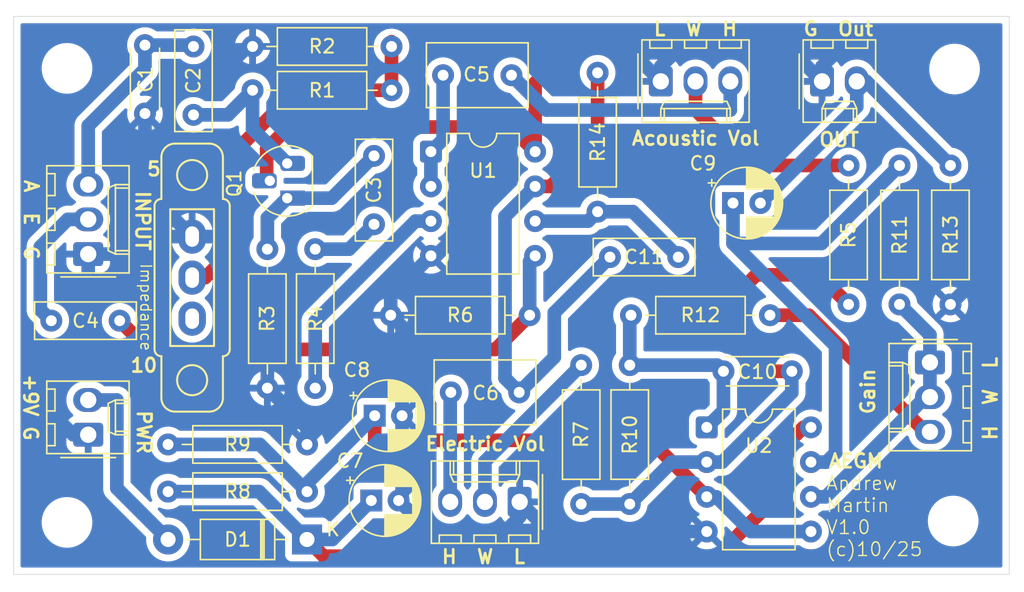
<source format=kicad_pcb>
(kicad_pcb (version 20241229) (generator "pcbnew") (generator_version "9.0")
  (title_block (title "AEGM - Acoustic Electric Guitar Mixer") (date "2025-10-10") (rev "V1.0") (company "Andrew Martin"))
  (layers (0 "F.Cu" signal) (2 "B.Cu" signal) (13 "F.Paste" user) (15 "B.Paste" user) (5 "F.SilkS" user "F.Silkscreen") (7 "B.SilkS" user "B.Silkscreen") (1 "F.Mask" user) (3 "B.Mask" user) (25 "Edge.Cuts" user))
  (net 0 "")
  (net 1 "Net-(J1-Pin_3)")
  (net 2 "Earth")
  (net 3 "Net-(Q1-G)")
  (net 4 "Net-(Q1-S)")
  (net 5 "Net-(C3-Pad2)")
  (net 6 "Net-(U1B-+)")
  (net 7 "Net-(J1-Pin_2)")
  (net 8 "Net-(J2-Pin_3)")
  (net 9 "Net-(U1A--)")
  (net 10 "Net-(C11-Pad2)")
  (net 11 "Net-(J3-Pin_3)")
  (net 12 "+9VA")
  (net 13 "+4V")
  (net 14 "Net-(C9-Pad1)")
  (net 15 "Net-(J5-Pin_2)")
  (net 16 "Net-(U2A--)")
  (net 17 "Net-(C10-Pad2)")
  (net 18 "Net-(U1B--)")
  (net 19 "+9V")
  (net 20 "Net-(J2-Pin_2)")
  (net 21 "Net-(J3-Pin_2)")
  (net 22 "Net-(J6-Pin_3)")
  (net 23 "Net-(J6-Pin_1)")
  (net 24 "Net-(SW1-B)")
  (net 25 "Net-(U1A-+)")
  (footprint "Connector_Molex:Molex_KK-254_AE-6410-03A_1x03_P2.54mm_Vertical" (layer "F.Cu") (at 162.42 79.95)
    (property "Reference" "J2" (hide yes))
    (property "Value" "Conn_01x03_Pin" (hide yes))
    (pad "1" thru_hole roundrect (at 0 0) (size 1.74 2.19) (drill 1.19) (layers "*.Cu" "*.Mask") (roundrect_rratio 0.143678) (net 2 "Earth"))
    (pad "2" thru_hole oval (at 2.54 0) (size 1.74 2.19) (drill 1.19) (layers "*.Cu" "*.Mask") (net 20 "Net-(J2-Pin_2)"))
    (pad "3" thru_hole oval (at 5.08 0) (size 1.74 2.19) (drill 1.19) (layers "*.Cu" "*.Mask") (net 8 "Net-(J2-Pin_3)"))
  )
  (footprint "Resistor_THT:R_Axial_DIN0207_L6.3mm_D2.5mm_P10.16mm_Horizontal" (layer "F.Cu") (at 160.15 110.86 90)
    (property "Reference" "R10" (at 5.08 0.01 90) (layer "F.SilkS"))
    (property "Value" "10K")
    (pad "1" thru_hole circle (at 0 0 90) (size 1.6 1.6) (drill 0.8) (layers "*.Cu" "*.Mask") (net 16 "Net-(U2A--)"))
    (pad "2" thru_hole oval (at 10.16 0 90) (size 1.6 1.6) (drill 0.8) (layers "*.Cu" "*.Mask") (net 17 "Net-(C10-Pad2)"))
  )
  (footprint "Diode_THT:D_DO-41_SOD81_P10.16mm_Horizontal" (layer "F.Cu") (at 136.55 113.45 180)
    (property "Reference" "D1" (at 5.08 0 0) (layer "F.SilkS"))
    (property "Value" "1N5817")
    (fp_text user "K" (at -1.9 0.75 0) (layer "F.SilkS"))
    (pad "1" thru_hole rect (at 0 0 180) (size 2.2 2.2) (drill 1.1) (layers "*.Cu" "*.Mask") (net 12 "+9VA"))
    (pad "2" thru_hole oval (at 10.16 0 180) (size 2.2 2.2) (drill 1.1) (layers "*.Cu" "*.Mask") (net 19 "+9V"))
  )
  (footprint "ACRM:SPDT_SlideSwitch" (layer "F.Cu") (at 128.15 94.3 -90)
    (property "Reference" "SW1" (hide yes))
    (property "Value" "SW_SPST" (hide yes))
    (pad "1" thru_hole oval (at -3 0 270) (size 2.5 2) (drill oval 1.5 1) (layers "*.Cu" "*.Mask") (net 2 "Earth"))
    (pad "2" thru_hole oval (at 0 0 270) (size 2.5 2) (drill oval 1.5 1) (layers "*.Cu" "*.Mask") (net 24 "Net-(SW1-B)"))
    (pad "3" thru_hole oval (at 3 0 270) (size 2.5 2) (drill oval 1.5 1) (layers "*.Cu" "*.Mask"))
  )
  (footprint "Resistor_THT:R_Axial_DIN0207_L6.3mm_D2.5mm_P10.16mm_Horizontal" (layer "F.Cu") (at 136.55 109.95 180)
    (property "Reference" "R8" (at 5.08 0.01 0) (layer "F.SilkS"))
    (property "Value" "100K")
    (pad "1" thru_hole circle (at 0 0 180) (size 1.6 1.6) (drill 0.8) (layers "*.Cu" "*.Mask") (net 13 "+4V"))
    (pad "2" thru_hole oval (at 10.16 0 180) (size 1.6 1.6) (drill 0.8) (layers "*.Cu" "*.Mask") (net 12 "+9VA"))
  )
  (footprint "Resistor_THT:R_Axial_DIN0207_L6.3mm_D2.5mm_P10.16mm_Horizontal" (layer "F.Cu") (at 179.875 96.26 90)
    (property "Reference" "R11" (at 5.08 0.01 90) (layer "F.SilkS"))
    (property "Value" "100K")
    (pad "1" thru_hole circle (at 0 0 90) (size 1.6 1.6) (drill 0.8) (layers "*.Cu" "*.Mask") (net 23 "Net-(J6-Pin_1)"))
    (pad "2" thru_hole oval (at 10.16 0 90) (size 1.6 1.6) (drill 0.8) (layers "*.Cu" "*.Mask") (net 14 "Net-(C9-Pad1)"))
  )
  (footprint "Capacitor_THT:C_Rect_L7.2mm_W4.5mm_P5.00mm_FKS2_FKP2_MKS2_MKP2" (layer "F.Cu") (at 146.5 79.5)
    (property "Reference" "C5" (at 2.45 -0.05 0) (layer "F.SilkS"))
    (property "Value" "1uF")
    (pad "1" thru_hole circle (at 0 0) (size 1.6 1.6) (drill 0.8) (layers "*.Cu" "*.Mask") (net 9 "Net-(U1A--)"))
    (pad "2" thru_hole circle (at 5 0) (size 1.6 1.6) (drill 0.8) (layers "*.Cu" "*.Mask") (net 8 "Net-(J2-Pin_3)"))
  )
  (footprint "MountingHole:MountingHole_3.2mm_M3" (layer "F.Cu") (at 183.9 79.05)
    (property "Reference" "REF**" (hide yes))
    (property "Value" "MountingHole_3.2mm_M3" (hide yes))
    (pad "" np_thru_hole circle (at 0 0) (size 3.2 3.2) (drill 3.2) (layers "*.Cu" "*.Mask"))
  )
  (footprint "Capacitor_THT:C_Disc_D4.3mm_W1.9mm_P5.00mm" (layer "F.Cu") (at 124.7 77.3 -90)
    (property "Reference" "C1" (at 2.5 -0.04 90) (layer "F.SilkS"))
    (property "Value" "1pF")
    (pad "1" thru_hole circle (at 0 0 270) (size 1.6 1.6) (drill 0.8) (layers "*.Cu" "*.Mask") (net 1 "Net-(J1-Pin_3)"))
    (pad "2" thru_hole circle (at 5 0 270) (size 1.6 1.6) (drill 0.8) (layers "*.Cu" "*.Mask") (net 2 "Earth"))
  )
  (footprint "Capacitor_THT:C_Rect_L7.2mm_W2.5mm_P5.00mm_FKS2_FKP2_MKS2_MKP2" (layer "F.Cu") (at 141.45 85.4 -90)
    (property "Reference" "C3" (at 2.5 0.01 90) (layer "F.SilkS"))
    (property "Value" "100nF")
    (pad "1" thru_hole circle (at 0 0 270) (size 1.6 1.6) (drill 0.8) (layers "*.Cu" "*.Mask") (net 4 "Net-(Q1-S)"))
    (pad "2" thru_hole circle (at 5 0 270) (size 1.6 1.6) (drill 0.8) (layers "*.Cu" "*.Mask") (net 5 "Net-(C3-Pad2)"))
  )
  (footprint "MountingHole:MountingHole_3.2mm_M3" (layer "F.Cu") (at 119 112.2)
    (property "Reference" "REF**" (hide yes))
    (property "Value" "MountingHole_3.2mm_M3" (hide yes))
    (pad "" np_thru_hole circle (at 0 0) (size 3.2 3.2) (drill 3.2) (layers "*.Cu" "*.Mask"))
  )
  (footprint "Resistor_THT:R_Axial_DIN0207_L6.3mm_D2.5mm_P10.16mm_Horizontal" (layer "F.Cu") (at 133.65 92.22 -90)
    (property "Reference" "R3" (at 5.08 0.01 90) (layer "F.SilkS"))
    (property "Value" "220K")
    (pad "1" thru_hole circle (at 0 0 270) (size 1.6 1.6) (drill 0.8) (layers "*.Cu" "*.Mask") (net 4 "Net-(Q1-S)"))
    (pad "2" thru_hole oval (at 10.16 0 270) (size 1.6 1.6) (drill 0.8) (layers "*.Cu" "*.Mask") (net 2 "Earth"))
  )
  (footprint "Resistor_THT:R_Axial_DIN0207_L6.3mm_D2.5mm_P10.16mm_Horizontal" (layer "F.Cu") (at 142.73 77.4 180)
    (property "Reference" "R2" (at 5.08 0.01 0) (layer "F.SilkS"))
    (property "Value" "4M7")
    (pad "1" thru_hole circle (at 0 0 180) (size 1.6 1.6) (drill 0.8) (layers "*.Cu" "*.Mask") (net 24 "Net-(SW1-B)"))
    (pad "2" thru_hole oval (at 10.16 0 180) (size 1.6 1.6) (drill 0.8) (layers "*.Cu" "*.Mask") (net 2 "Earth"))
  )
  (footprint "Capacitor_THT:C_Rect_L7.2mm_W2.5mm_P5.00mm_FKS2_FKP2_MKS2_MKP2" (layer "F.Cu") (at 117.85 97.45)
    (property "Reference" "C4" (at 2.5 0.01 0) (layer "F.SilkS"))
    (property "Value" "100nF")
    (pad "1" thru_hole circle (at 0 0) (size 1.6 1.6) (drill 0.8) (layers "*.Cu" "*.Mask") (net 7 "Net-(J1-Pin_2)"))
    (pad "2" thru_hole circle (at 5 0) (size 1.6 1.6) (drill 0.8) (layers "*.Cu" "*.Mask") (net 6 "Net-(U1B-+)"))
  )
  (footprint "Connector_Molex:Molex_KK-254_AE-6410-03A_1x03_P2.54mm_Vertical" (layer "F.Cu") (at 120.55 92.58 90)
    (property "Reference" "J1" (hide yes))
    (property "Value" "Conn_01x03_Pin" (hide yes))
    (pad "1" thru_hole roundrect (at 0 0 90) (size 1.74 2.19) (drill 1.19) (layers "*.Cu" "*.Mask") (roundrect_rratio 0.143678) (net 2 "Earth"))
    (pad "2" thru_hole oval (at 2.54 0 90) (size 1.74 2.19) (drill 1.19) (layers "*.Cu" "*.Mask") (net 7 "Net-(J1-Pin_2)"))
    (pad "3" thru_hole oval (at 5.08 0 90) (size 1.74 2.19) (drill 1.19) (layers "*.Cu" "*.Mask") (net 1 "Net-(J1-Pin_3)"))
  )
  (footprint "Resistor_THT:R_Axial_DIN0207_L6.3mm_D2.5mm_P10.16mm_Horizontal" (layer "F.Cu") (at 152.83 97.05 180)
    (property "Reference" "R6" (at 5.08 0.01 0) (layer "F.SilkS"))
    (property "Value" "1M")
    (pad "1" thru_hole circle (at 0 0 180) (size 1.6 1.6) (drill 0.8) (layers "*.Cu" "*.Mask") (net 6 "Net-(U1B-+)"))
    (pad "2" thru_hole oval (at 10.16 0 180) (size 1.6 1.6) (drill 0.8) (layers "*.Cu" "*.Mask") (net 2 "Earth"))
  )
  (footprint "Resistor_THT:R_Axial_DIN0207_L6.3mm_D2.5mm_P10.16mm_Horizontal" (layer "F.Cu") (at 176.15 86.1 -90)
    (property "Reference" "R5" (at 5.08 0.01 90) (layer "F.SilkS"))
    (property "Value" "10K")
    (pad "1" thru_hole circle (at 0 0 270) (size 1.6 1.6) (drill 0.8) (layers "*.Cu" "*.Mask") (net 20 "Net-(J2-Pin_2)"))
    (pad "2" thru_hole oval (at 10.16 0 270) (size 1.6 1.6) (drill 0.8) (layers "*.Cu" "*.Mask") (net 16 "Net-(U2A--)"))
  )
  (footprint "Resistor_THT:R_Axial_DIN0207_L6.3mm_D2.5mm_P10.16mm_Horizontal" (layer "F.Cu") (at 170.4 97.05 180)
    (property "Reference" "R12" (at 5.08 0.01 0) (layer "F.SilkS"))
    (property "Value" "10K")
    (pad "1" thru_hole circle (at 0 0 180) (size 1.6 1.6) (drill 0.8) (layers "*.Cu" "*.Mask") (net 22 "Net-(J6-Pin_3)"))
    (pad "2" thru_hole oval (at 10.16 0 180) (size 1.6 1.6) (drill 0.8) (layers "*.Cu" "*.Mask") (net 17 "Net-(C10-Pad2)"))
  )
  (footprint "Capacitor_THT:CP_Radial_D5.0mm_P2.00mm" (layer "F.Cu") (at 141.5 104.4)
    (property "Reference" "C8" (at -1.3 -3.35 0) (layer "F.SilkS"))
    (property "Value" "22uF")
    (pad "1" thru_hole rect (at 0 0) (size 1.6 1.6) (drill 0.8) (layers "*.Cu" "*.Mask") (net 13 "+4V"))
    (pad "2" thru_hole circle (at 2 0) (size 1.6 1.6) (drill 0.8) (layers "*.Cu" "*.Mask") (net 2 "Earth"))
  )
  (footprint "Package_DIP:DIP-8_W7.62mm" (layer "F.Cu") (at 165.78 105.25)
    (property "Reference" "U2" (at 3.81 1.34 0) (layer "F.SilkS"))
    (property "Value" "TL072")
    (pad "1" thru_hole roundrect (at 0 0) (size 1.6 1.6) (drill 0.8) (layers "*.Cu" "*.Mask") (roundrect_rratio 0.15625) (net 17 "Net-(C10-Pad2)"))
    (pad "2" thru_hole circle (at 0 2.54) (size 1.6 1.6) (drill 0.8) (layers "*.Cu" "*.Mask") (net 16 "Net-(U2A--)"))
    (pad "3" thru_hole circle (at 0 5.08) (size 1.6 1.6) (drill 0.8) (layers "*.Cu" "*.Mask") (net 13 "+4V"))
    (pad "4" thru_hole circle (at 0 7.62) (size 1.6 1.6) (drill 0.8) (layers "*.Cu" "*.Mask") (net 2 "Earth"))
    (pad "5" thru_hole circle (at 7.62 7.62) (size 1.6 1.6) (drill 0.8) (layers "*.Cu" "*.Mask") (net 13 "+4V"))
    (pad "6" thru_hole circle (at 7.62 5.08) (size 1.6 1.6) (drill 0.8) (layers "*.Cu" "*.Mask") (net 23 "Net-(J6-Pin_1)"))
    (pad "7" thru_hole circle (at 7.62 2.54) (size 1.6 1.6) (drill 0.8) (layers "*.Cu" "*.Mask") (net 14 "Net-(C9-Pad1)"))
    (pad "8" thru_hole circle (at 7.62 0) (size 1.6 1.6) (drill 0.8) (layers "*.Cu" "*.Mask") (net 12 "+9VA"))
  )
  (footprint "Resistor_THT:R_Axial_DIN0207_L6.3mm_D2.5mm_P10.16mm_Horizontal" (layer "F.Cu") (at 137.15 92.22 -90)
    (property "Reference" "R4" (at 5.08 0.01 90) (layer "F.SilkS"))
    (property "Value" "10K")
    (pad "1" thru_hole circle (at 0 0 270) (size 1.6 1.6) (drill 0.8) (layers "*.Cu" "*.Mask") (net 5 "Net-(C3-Pad2)"))
    (pad "2" thru_hole oval (at 10.16 0 270) (size 1.6 1.6) (drill 0.8) (layers "*.Cu" "*.Mask") (net 25 "Net-(U1A-+)"))
  )
  (footprint "Capacitor_THT:C_Rect_L7.2mm_W4.5mm_P5.00mm_FKS2_FKP2_MKS2_MKP2" (layer "F.Cu") (at 152.065 102.69 180)
    (property "Reference" "C6" (at 2.45 -0.05 0) (layer "F.SilkS"))
    (property "Value" "1uF")
    (pad "1" thru_hole circle (at 0 0 180) (size 1.6 1.6) (drill 0.8) (layers "*.Cu" "*.Mask") (net 10 "Net-(C11-Pad2)"))
    (pad "2" thru_hole circle (at 5 0 180) (size 1.6 1.6) (drill 0.8) (layers "*.Cu" "*.Mask") (net 11 "Net-(J3-Pin_3)"))
  )
  (footprint "Resistor_THT:R_Axial_DIN0207_L6.3mm_D2.5mm_P10.16mm_Horizontal" (layer "F.Cu") (at 132.57 80.6)
    (property "Reference" "R1" (at 5.08 0.01 0) (layer "F.SilkS"))
    (property "Value" "4M7")
    (pad "1" thru_hole circle (at 0 0) (size 1.6 1.6) (drill 0.8) (layers "*.Cu" "*.Mask") (net 3 "Net-(Q1-G)"))
    (pad "2" thru_hole oval (at 10.16 0) (size 1.6 1.6) (drill 0.8) (layers "*.Cu" "*.Mask") (net 24 "Net-(SW1-B)"))
  )
  (footprint "Connector_Molex:Molex_KK-254_AE-6410-02A_1x02_P2.54mm_Vertical" (layer "F.Cu") (at 120.55 105.79 90)
    (property "Reference" "J4" (hide yes))
    (property "Value" "Conn_01x02_Pin" (hide yes))
    (pad "1" thru_hole roundrect (at 0 0 90) (size 1.74 2.19) (drill 1.19) (layers "*.Cu" "*.Mask") (roundrect_rratio 0.143678) (net 2 "Earth"))
    (pad "2" thru_hole oval (at 2.54 0 90) (size 1.74 2.19) (drill 1.19) (layers "*.Cu" "*.Mask") (net 19 "+9V"))
  )
  (footprint "Capacitor_THT:C_Rect_L7.2mm_W2.5mm_P5.00mm_FKS2_FKP2_MKS2_MKP2" (layer "F.Cu") (at 163.7 92.8 180)
    (property "Reference" "C11" (at 2.5 0.01 0) (layer "F.SilkS"))
    (property "Value" "100nF")
    (pad "1" thru_hole circle (at 0 0 180) (size 1.6 1.6) (drill 0.8) (layers "*.Cu" "*.Mask") (net 18 "Net-(U1B--)"))
    (pad "2" thru_hole circle (at 5 0 180) (size 1.6 1.6) (drill 0.8) (layers "*.Cu" "*.Mask") (net 10 "Net-(C11-Pad2)"))
  )
  (footprint "Resistor_THT:R_Axial_DIN0207_L6.3mm_D2.5mm_P10.16mm_Horizontal" (layer "F.Cu") (at 157.8 89.48 90)
    (property "Reference" "R14" (at 5.08 0.01 90) (layer "F.SilkS"))
    (property "Value" "10K")
    (pad "1" thru_hole circle (at 0 0 90) (size 1.6 1.6) (drill 0.8) (layers "*.Cu" "*.Mask") (net 18 "Net-(U1B--)"))
    (pad "2" thru_hole oval (at 10.16 0 90) (size 1.6 1.6) (drill 0.8) (layers "*.Cu" "*.Mask") (net 10 "Net-(C11-Pad2)"))
  )
  (footprint "Package_DIP:DIP-8_W7.62mm" (layer "F.Cu") (at 145.61 85.09)
    (property "Reference" "U1" (at 3.81 1.39 0) (layer "F.SilkS"))
    (property "Value" "TL072")
    (pad "1" thru_hole roundrect (at 0 0) (size 1.6 1.6) (drill 0.8) (layers "*.Cu" "*.Mask") (roundrect_rratio 0.15625) (net 9 "Net-(U1A--)"))
    (pad "2" thru_hole circle (at 0 2.54) (size 1.6 1.6) (drill 0.8) (layers "*.Cu" "*.Mask") (net 9 "Net-(U1A--)"))
    (pad "3" thru_hole circle (at 0 5.08) (size 1.6 1.6) (drill 0.8) (layers "*.Cu" "*.Mask") (net 25 "Net-(U1A-+)"))
    (pad "4" thru_hole circle (at 0 7.62) (size 1.6 1.6) (drill 0.8) (layers "*.Cu" "*.Mask") (net 2 "Earth"))
    (pad "5" thru_hole circle (at 7.62 7.62) (size 1.6 1.6) (drill 0.8) (layers "*.Cu" "*.Mask") (net 6 "Net-(U1B-+)"))
    (pad "6" thru_hole circle (at 7.62 5.08) (size 1.6 1.6) (drill 0.8) (layers "*.Cu" "*.Mask") (net 18 "Net-(U1B--)"))
    (pad "7" thru_hole circle (at 7.62 2.54) (size 1.6 1.6) (drill 0.8) (layers "*.Cu" "*.Mask") (net 10 "Net-(C11-Pad2)"))
    (pad "8" thru_hole circle (at 7.62 0) (size 1.6 1.6) (drill 0.8) (layers "*.Cu" "*.Mask") (net 12 "+9VA"))
  )
  (footprint "MountingHole:MountingHole_3.2mm_M3" (layer "F.Cu") (at 183.8 112.1)
    (property "Reference" "REF**" (hide yes))
    (property "Value" "MountingHole_3.2mm_M3" (hide yes))
    (pad "" np_thru_hole circle (at 0 0) (size 3.2 3.2) (drill 3.2) (layers "*.Cu" "*.Mask"))
  )
  (footprint "Capacitor_THT:CP_Radial_D5.0mm_P2.00mm" (layer "F.Cu") (at 141.25 110.6)
    (property "Reference" "C7" (at -1.554775 -2.9 0) (layer "F.SilkS"))
    (property "Value" "4.7uF")
    (pad "1" thru_hole rect (at 0 0) (size 1.6 1.6) (drill 0.8) (layers "*.Cu" "*.Mask") (net 12 "+9VA"))
    (pad "2" thru_hole circle (at 2 0) (size 1.6 1.6) (drill 0.8) (layers "*.Cu" "*.Mask") (net 2 "Earth"))
  )
  (footprint "Resistor_THT:R_Axial_DIN0207_L6.3mm_D2.5mm_P10.16mm_Horizontal" (layer "F.Cu") (at 136.55 106.5 180)
    (property "Reference" "R9" (at 5.08 0.01 0) (layer "F.SilkS"))
    (property "Value" "100K")
    (pad "1" thru_hole circle (at 0 0 180) (size 1.6 1.6) (drill 0.8) (layers "*.Cu" "*.Mask") (net 2 "Earth"))
    (pad "2" thru_hole oval (at 10.16 0 180) (size 1.6 1.6) (drill 0.8) (layers "*.Cu" "*.Mask") (net 13 "+4V"))
  )
  (footprint "Resistor_THT:R_Axial_DIN0207_L6.3mm_D2.5mm_P10.16mm_Horizontal" (layer "F.Cu") (at 156.6 100.7 -90)
    (property "Reference" "R7" (at 5.08 0.01 90) (layer "F.SilkS"))
    (property "Value" "10K")
    (pad "1" thru_hole circle (at 0 0 270) (size 1.6 1.6) (drill 0.8) (layers "*.Cu" "*.Mask") (net 21 "Net-(J3-Pin_2)"))
    (pad "2" thru_hole oval (at 10.16 0 270) (size 1.6 1.6) (drill 0.8) (layers "*.Cu" "*.Mask") (net 16 "Net-(U2A--)"))
  )
  (footprint "Connector_Molex:Molex_KK-254_AE-6410-03A_1x03_P2.54mm_Vertical" (layer "F.Cu") (at 152.1 110.7 180)
    (property "Reference" "J3" (hide yes))
    (property "Value" "Conn_01x03_Pin" (hide yes))
    (pad "1" thru_hole roundrect (at 0 0 180) (size 1.74 2.19) (drill 1.19) (layers "*.Cu" "*.Mask") (roundrect_rratio 0.143678) (net 2 "Earth"))
    (pad "2" thru_hole oval (at 2.54 0 180) (size 1.74 2.19) (drill 1.19) (layers "*.Cu" "*.Mask") (net 21 "Net-(J3-Pin_2)"))
    (pad "3" thru_hole oval (at 5.08 0 180) (size 1.74 2.19) (drill 1.19) (layers "*.Cu" "*.Mask") (net 11 "Net-(J3-Pin_3)"))
  )
  (footprint "Capacitor_THT:C_Rect_L7.2mm_W2.5mm_P5.00mm_FKS2_FKP2_MKS2_MKP2" (layer "F.Cu") (at 128.25 77.4 -90)
    (property "Reference" "C2" (at 2.5 0.01 90) (layer "F.SilkS"))
    (property "Value" "33nF")
    (pad "1" thru_hole circle (at 0 0 270) (size 1.6 1.6) (drill 0.8) (layers "*.Cu" "*.Mask") (net 1 "Net-(J1-Pin_3)"))
    (pad "2" thru_hole circle (at 5 0 270) (size 1.6 1.6) (drill 0.8) (layers "*.Cu" "*.Mask") (net 3 "Net-(Q1-G)"))
  )
  (footprint "Capacitor_THT:CP_Radial_D5.0mm_P2.00mm" (layer "F.Cu") (at 167.7 88.85)
    (property "Reference" "C9" (at -2.2 -2.9 0) (layer "F.SilkS"))
    (property "Value" "2.2uF")
    (pad "1" thru_hole rect (at 0 0) (size 1.6 1.6) (drill 0.8) (layers "*.Cu" "*.Mask") (net 14 "Net-(C9-Pad1)"))
    (pad "2" thru_hole circle (at 2 0) (size 1.6 1.6) (drill 0.8) (layers "*.Cu" "*.Mask") (net 15 "Net-(J5-Pin_2)"))
  )
  (footprint "Package_TO_SOT_THT:TO-92_HandSolder" (layer "F.Cu") (at 135.1 88.49 90)
    (property "Reference" "Q1" (at 1.07 -3.87 90) (layer "F.SilkS"))
    (property "Value" "2N5457")
    (pad "1" thru_hole rect (at 0 0 90) (size 1.1 1.8) (drill 0.75 (offset 0 0.4)) (layers "*.Cu" "*.Mask") (net 4 "Net-(Q1-S)"))
    (pad "2" thru_hole roundrect (at 1.27 -1.27 90) (size 1.1 1.8) (drill 0.75 (offset 0 -0.4)) (layers "*.Cu" "*.Mask") (net 12 "+9VA"))
    (pad "3" thru_hole roundrect (at 2.54 0 90) (size 1.1 1.8) (drill 0.75 (offset 0 0.4)) (layers "*.Cu" "*.Mask") (net 3 "Net-(Q1-G)"))
  )
  (footprint "MountingHole:MountingHole_3.2mm_M3" (layer "F.Cu") (at 119 79)
    (property "Reference" "REF**" (hide yes))
    (property "Value" "MountingHole_3.2mm_M3" (hide yes))
    (pad "" np_thru_hole circle (at 0 0) (size 3.2 3.2) (drill 3.2) (layers "*.Cu" "*.Mask"))
  )
  (footprint "Connector_Molex:Molex_KK-254_AE-6410-03A_1x03_P2.54mm_Vertical" (layer "F.Cu") (at 182.1 100.5 -90)
    (property "Reference" "J6" (hide yes))
    (property "Value" "Conn_01x03_Pin" (hide yes))
    (pad "1" thru_hole roundrect (at 0 0 270) (size 1.74 2.19) (drill 1.19) (layers "*.Cu" "*.Mask") (roundrect_rratio 0.143678) (net 23 "Net-(J6-Pin_1)"))
    (pad "2" thru_hole oval (at 2.54 0 270) (size 1.74 2.19) (drill 1.19) (layers "*.Cu" "*.Mask") (net 23 "Net-(J6-Pin_1)"))
    (pad "3" thru_hole oval (at 5.08 0 270) (size 1.74 2.19) (drill 1.19) (layers "*.Cu" "*.Mask") (net 22 "Net-(J6-Pin_3)"))
  )
  (footprint "Resistor_THT:R_Axial_DIN0207_L6.3mm_D2.5mm_P10.16mm_Horizontal" (layer "F.Cu") (at 183.6 96.26 90)
    (property "Reference" "R13" (at 5.08 0.01 90) (layer "F.SilkS"))
    (property "Value" "1M")
    (pad "1" thru_hole circle (at 0 0 90) (size 1.6 1.6) (drill 0.8) (layers "*.Cu" "*.Mask") (net 2 "Earth"))
    (pad "2" thru_hole oval (at 10.16 0 90) (size 1.6 1.6) (drill 0.8) (layers "*.Cu" "*.Mask") (net 15 "Net-(J5-Pin_2)"))
  )
  (footprint "Connector_Molex:Molex_KK-254_AE-6410-02A_1x02_P2.54mm_Vertical" (layer "F.Cu") (at 174.21 79.95)
    (property "Reference" "J5" (hide yes))
    (property "Value" "Conn_01x02_Pin" (hide yes))
    (pad "1" thru_hole roundrect (at 0 0) (size 1.74 2.19) (drill 1.19) (layers "*.Cu" "*.Mask") (roundrect_rratio 0.143678) (net 2 "Earth"))
    (pad "2" thru_hole oval (at 2.54 0) (size 1.74 2.19) (drill 1.19) (layers "*.Cu" "*.Mask") (net 15 "Net-(J5-Pin_2)"))
  )
  (footprint "Capacitor_THT:C_Disc_D4.3mm_W1.9mm_P5.00mm" (layer "F.Cu") (at 172 101.15 180)
    (property "Reference" "C10" (at 2.5 -0.04 0) (layer "F.SilkS"))
    (property "Value" "10pF")
    (pad "1" thru_hole circle (at 0 0 180) (size 1.6 1.6) (drill 0.8) (layers "*.Cu" "*.Mask") (net 16 "Net-(U2A--)"))
    (pad "2" thru_hole circle (at 5 0 180) (size 1.6 1.6) (drill 0.8) (layers "*.Cu" "*.Mask") (net 17 "Net-(C10-Pad2)"))
  )
  (gr_rect (start 115.1 75.2) (end 187.9 116) (stroke (width 0.05)) (fill no) (layer "Edge.Cuts"))
  (gr_text "AEGM" (at 174.6 108.3 0) (layer "F.SilkS") (effects (font (size 1 1) (thickness 0.2) (bold yes)) (justify left bottom)))
  (gr_text "H  W  L" (at 146.3 115.3 0) (layer "F.SilkS") (effects (font (size 1 1) (thickness 0.2) (bold yes)) (justify left bottom)))
  (gr_text "PWR" (at 124.05 103.9 270) (layer "F.SilkS") (effects (font (size 1 1) (thickness 0.2) (bold yes)) (justify left bottom)))
  (gr_text "H  W  L" (at 187.1 106.3 90) (layer "F.SilkS") (effects (font (size 1 1) (thickness 0.2) (bold yes)) (justify left bottom)))
  (gr_text "Andrew\nMartin\nV1.0\n(c)10/25" (at 174.45 114.75 0) (layer "F.SilkS") (effects (font (size 1 1) (thickness 0.1)) (justify left bottom)))
  (gr_text "10" (at 123.54 101.3 0) (layer "F.SilkS") (effects (font (size 1 1) (thickness 0.2) (bold yes)) (justify left bottom)))
  (gr_text "5" (at 124.75 86.95 0) (layer "F.SilkS") (effects (font (size 1 1) (thickness 0.2) (bold yes)) (justify left bottom)))
  (gr_text "Acoustic Vol" (at 160.2 84.7 0) (layer "F.SilkS") (effects (font (size 1 1) (thickness 0.2) (bold yes)) (justify left bottom)))
  (gr_text "G  Out" (at 172.75 76.7 0) (layer "F.SilkS") (effects (font (size 1 1) (thickness 0.2) (bold yes)) (justify left bottom)))
  (gr_text "+9V G" (at 115.75 101.25 270) (layer "F.SilkS") (effects (font (size 1 1) (thickness 0.2) (bold yes)) (justify left bottom)))
  (gr_text "INPUT" (at 123.95 87.85 270) (layer "F.SilkS") (effects (font (size 1 1) (thickness 0.2) (bold yes)) (justify left bottom)))
  (gr_text "A  E  G" (at 115.8 87.05 270) (layer "F.SilkS") (effects (font (size 1 1) (thickness 0.2) (bold yes)) (justify left bottom)))
  (gr_text "Gain" (at 178.15 104.4 90) (layer "F.SilkS") (effects (font (size 1 1) (thickness 0.2) (bold yes)) (justify left bottom)))
  (gr_text "L  W  H" (at 161.8 76.7 0) (layer "F.SilkS") (effects (font (size 1 1) (thickness 0.2) (bold yes)) (justify left bottom)))
  (gr_text "Electric Vol" (at 145.1 107.05 0) (layer "F.SilkS") (effects (font (size 1 1) (thickness 0.2) (bold yes)) (justify left bottom)))
  (gr_text "OUT" (at 173.9 84.8 0) (layer "F.SilkS") (effects (font (size 1 1) (thickness 0.2) (bold yes)) (justify left bottom)))
  (gr_text "Impedance" (at 124.3 93.2 270) (layer "F.SilkS") (effects (font (size 0.8 0.8) (thickness 0.1)) (justify left bottom)))
  (segment (start 124.7 77.3) (end 124.7 79.05) (width 1) (layer "B.Cu") (net 1))
  (segment (start 124.7 79.05) (end 120.55 83.2) (width 1) (layer "B.Cu") (net 1))
  (segment (start 124.7 77.3) (end 128.15 77.3) (width 1) (layer "B.Cu") (net 1))
  (segment (start 120.55 83.2) (end 120.55 87.5) (width 1) (layer "B.Cu") (net 1))
  (segment (start 128.15 77.3) (end 128.25 77.4) (width 1) (layer "B.Cu") (net 1))
  (segment (start 118.454 99.392999) (end 120.55 97.296999) (width 1) (layer "B.Cu") (net 2))
  (segment (start 145.61 92.71) (end 145.99 92.71) (width 1) (layer "B.Cu") (net 2))
  (segment (start 149.05 78.45) (end 149.981 77.519) (width 1) (layer "B.Cu") (net 2))
  (segment (start 163.421 77.854) (end 172.114 77.854) (width 1) (layer "B.Cu") (net 2))
  (segment (start 130.419 79.201) (end 127.799 79.201) (width 1) (layer "B.Cu") (net 2))
  (segment (start 136.55 105.748) (end 139.699 102.599) (width 1) (layer "B.Cu") (net 2))
  (segment (start 177.900999 77.854) (end 185.401 85.354001) (width 1) (layer "B.Cu") (net 2))
  (segment (start 145.446 112.796) (end 151.104 112.796) (width 1) (layer "B.Cu") (net 2))
  (segment (start 185.401 85.354001) (end 185.401 94.459) (width 1) (layer "B.Cu") (net 2))
  (segment (start 143.25 110.6) (end 145.446 112.796) (width 1) (layer "B.Cu") (net 2))
  (segment (start 142.999 102.599) (end 143.5 103.1) (width 1) (layer "B.Cu") (net 2))
  (segment (start 124.7 82.3) (end 127.799 79.201) (width 1) (layer "B.Cu") (net 2))
  (segment (start 120.55 97.296999) (end 120.55 92.58) (width 1) (layer "B.Cu") (net 2))
  (segment (start 162.42 79.95) (end 162.42 78.855) (width 1) (layer "B.Cu") (net 2))
  (segment (start 145.99 92.71) (end 149.05 89.65) (width 1) (layer "B.Cu") (net 2))
  (segment (start 142.67 95.65) (end 145.61 92.71) (width 1) (layer "B.Cu") (net 2))
  (segment (start 128.15 91.3) (end 126.15 91.3) (width 1) (layer "B.Cu") (net 2))
  (segment (start 124.7 82.3) (end 124.7 87.85) (width 1) (layer "B.Cu") (net 2))
  (segment (start 143.5 97.88) (end 142.67 97.05) (width 1) (layer "B.Cu") (net 2))
  (segment (start 154.27 112.87) (end 165.78 112.87) (width 1) (layer "B.Cu") (net 2))
  (segment (start 130.15 91.3) (end 128.15 91.3) (width 1) (layer "B.Cu") (net 2))
  (segment (start 152.1 111.8) (end 152.1 110.7) (width 1) (layer "B.Cu") (net 2))
  (segment (start 124.7 87.85) (end 128.15 91.3) (width 1) (layer "B.Cu") (net 2))
  (segment (start 143.5 110.35) (end 143.25 110.6) (width 1) (layer "B.Cu") (net 2))
  (segment (start 136.55 105.28) (end 133.65 102.38) (width 1) (layer "B.Cu") (net 2))
  (segment (start 159.989 77.519) (end 162.42 79.95) (width 1) (layer "B.Cu") (net 2))
  (segment (start 185.401 94.459) (end 183.6 96.26) (width 1) (layer "B.Cu") (net 2))
  (segment (start 149.981 77.519) (end 159.989 77.519) (width 1) (layer "B.Cu") (net 2))
  (segment (start 133.65 94.8) (end 130.15 91.3) (width 1) (layer "B.Cu") (net 2))
  (segment (start 174.21 79.95) (end 174.21 78.855) (width 1) (layer "B.Cu") (net 2))
  (segment (start 143.5 104.4) (end 143.5 110.35) (width 1) (layer "B.Cu") (net 2))
  (segment (start 119.455 105.79) (end 118.454 104.789) (width 1) (layer "B.Cu") (net 2))
  (segment (start 152.1 110.7) (end 154.27 112.87) (width 1) (layer "B.Cu") (net 2))
  (segment (start 120.55 105.79) (end 119.455 105.79) (width 1) (layer "B.Cu") (net 2))
  (segment (start 142.67 97.05) (end 142.67 95.65) (width 1) (layer "B.Cu") (net 2))
  (segment (start 175.211 77.854) (end 177.900999 77.854) (width 1) (layer "B.Cu") (net 2))
  (segment (start 124.87 92.58) (end 120.55 92.58) (width 1) (layer "B.Cu") (net 2))
  (segment (start 174.21 78.855) (end 175.211 77.854) (width 1) (layer "B.Cu") (net 2))
  (segment (start 139.699 102.599) (end 142.999 102.599) (width 1) (layer "B.Cu") (net 2))
  (segment (start 143.5 103.1) (end 143.5 104.4) (width 1) (layer "B.Cu") (net 2))
  (segment (start 151.104 112.796) (end 152.1 111.8) (width 1) (layer "B.Cu") (net 2))
  (segment (start 149.05 89.65) (end 149.05 78.45) (width 1) (layer "B.Cu") (net 2))
  (segment (start 133.65 102.38) (end 133.65 94.8) (width 1) (layer "B.Cu") (net 2))
  (segment (start 132.57 77.05) (end 130.419 79.201) (width 1) (layer "B.Cu") (net 2))
  (segment (start 136.55 106.5) (end 136.55 105.28) (width 1) (layer "B.Cu") (net 2))
  (segment (start 143.5 104.4) (end 143.5 97.88) (width 1) (layer "B.Cu") (net 2))
  (segment (start 136.55 106.5) (end 136.55 105.748) (width 1) (layer "B.Cu") (net 2))
  (segment (start 118.454 104.789) (end 118.454 99.392999) (width 1) (layer "B.Cu") (net 2))
  (segment (start 126.15 91.3) (end 124.87 92.58) (width 1) (layer "B.Cu") (net 2))
  (segment (start 172.114 77.854) (end 174.21 79.95) (width 1) (layer "B.Cu") (net 2))
  (segment (start 162.42 78.855) (end 163.421 77.854) (width 1) (layer "B.Cu") (net 2))
  (segment (start 130.77 82.4) (end 132.57 80.6) (width 1) (layer "B.Cu") (net 3))
  (segment (start 128.25 82.4) (end 130.77 82.4) (width 1) (layer "B.Cu") (net 3))
  (segment (start 132.57 83.42) (end 135.1 85.95) (width 1) (layer "B.Cu") (net 3))
  (segment (start 132.57 80.6) (end 132.57 83.42) (width 1) (layer "B.Cu") (net 3))
  (segment (start 133.65 92.22) (end 133.65 89.94) (width 1) (layer "B.Cu") (net 4))
  (segment (start 135.1 88.49) (end 138.36 88.49) (width 1) (layer "B.Cu") (net 4))
  (segment (start 133.65 89.94) (end 135.1 88.49) (width 1) (layer "B.Cu") (net 4))
  (segment (start 138.36 88.49) (end 141.45 85.4) (width 1) (layer "B.Cu") (net 4))
  (segment (start 139.63 92.22) (end 141.45 90.4) (width 1) (layer "B.Cu") (net 5))
  (segment (start 137.15 92.22) (end 139.63 92.22) (width 1) (layer "B.Cu") (net 5))
  (segment (start 122.85 97.45) (end 124.951 99.551) (width 1) (layer "F.Cu") (net 6))
  (segment (start 124.951 99.551) (end 150.329 99.551) (width 1) (layer "F.Cu") (net 6))
  (segment (start 150.329 99.551) (end 152.83 97.05) (width 1) (layer "F.Cu") (net 6))
  (segment (start 152.83 97.05) (end 152.83 93.11) (width 1) (layer "B.Cu") (net 6))
  (segment (start 152.83 93.11) (end 153.23 92.71) (width 1) (layer "B.Cu") (net 6))
  (segment (start 119.06 90.04) (end 120.55 90.04) (width 1) (layer "B.Cu") (net 7))
  (segment (start 117.85 97.45) (end 117.050001 96.650001) (width 1) (layer "B.Cu") (net 7))
  (segment (start 117.050001 96.650001) (end 117.050001 92.049999) (width 1) (layer "B.Cu") (net 7))
  (segment (start 117.050001 92.049999) (end 119.06 90.04) (width 1) (layer "B.Cu") (net 7))
  (segment (start 151.5 79.5) (end 154.046 82.046) (width 1) (layer "B.Cu") (net 8))
  (segment (start 167.5 82.045) (end 167.5 79.95) (width 1) (layer "B.Cu") (net 8))
  (segment (start 154.046 82.046) (end 167.499 82.046) (width 1) (layer "B.Cu") (net 8))
  (segment (start 167.499 82.046) (end 167.5 82.045) (width 1) (layer "B.Cu") (net 8))
  (segment (start 146.5 79.5) (end 146.5 84.2) (width 1) (layer "B.Cu") (net 9))
  (segment (start 146.5 84.2) (end 145.61 85.09) (width 1) (layer "B.Cu") (net 9))
  (segment (start 145.61 85.09) (end 145.61 87.63) (width 1) (layer "B.Cu") (net 9))
  (segment (start 154.36137 87.63) (end 157.8 84.19137) (width 1) (layer "F.Cu") (net 10))
  (segment (start 157.8 84.19137) (end 157.8 79.32) (width 1) (layer "F.Cu") (net 10))
  (segment (start 153.23 87.63) (end 154.36137 87.63) (width 1) (layer "F.Cu") (net 10))
  (segment (start 151.029 89.824001) (end 151.029 101.654) (width 1) (layer "B.Cu") (net 10))
  (segment (start 154.631 96.869) (end 158.7 92.8) (width 1) (layer "B.Cu") (net 10))
  (segment (start 153.23 87.63) (end 153.223001 87.63) (width 1) (layer "B.Cu") (net 10))
  (segment (start 152.065 102.69) (end 154.631 100.124) (width 1) (layer "B.Cu") (net 10))
  (segment (start 154.631 100.124) (end 154.631 96.869) (width 1) (layer "B.Cu") (net 10))
  (segment (start 151.029 101.654) (end 152.065 102.69) (width 1) (layer "B.Cu") (net 10))
  (segment (start 153.223001 87.63) (end 151.029 89.824001) (width 1) (layer "B.Cu") (net 10))
  (segment (start 147.02 102.735) (end 147.065 102.69) (width 1) (layer "B.Cu") (net 11))
  (segment (start 147.02 110.7) (end 147.02 102.735) (width 1) (layer "B.Cu") (net 11))
  (segment (start 156.346788 76.95) (end 178.475184 76.95) (width 1) (layer "F.Cu") (net 12))
  (segment (start 136.55 113.45) (end 137.771 114.671) (width 1) (layer "F.Cu") (net 12))
  (segment (start 171.599 106.501) (end 172.85 105.25) (width 1) (layer "F.Cu") (net 12))
  (segment (start 151.429 83.289) (end 153.23 85.09) (width 1) (layer "F.Cu") (net 12))
  (segment (start 133.83 87.22) (end 133.599 86.989) (width 1) (layer "F.Cu") (net 12))
  (segment (start 186.4 105.35) (end 177.079 114.671) (width 1) (layer "F.Cu") (net 12))
  (segment (start 177.079 114.671) (end 166.525999 114.671) (width 1) (layer "F.Cu") (net 12))
  (segment (start 166.525999 114.671) (end 171.599 109.597999) (width 1) (layer "F.Cu") (net 12))
  (segment (start 178.475184 76.95) (end 186.4 84.874816) (width 1) (layer "F.Cu") (net 12))
  (segment (start 137.771 114.671) (end 166.525999 114.671) (width 1) (layer "F.Cu") (net 12))
  (segment (start 171.599 109.597999) (end 171.599 106.501) (width 1) (layer "F.Cu") (net 12))
  (segment (start 133.599 84.901) (end 135.211 83.289) (width 1) (layer "F.Cu") (net 12))
  (segment (start 186.4 84.874816) (end 186.4 105.35) (width 1) (layer "F.Cu") (net 12))
  (segment (start 153.23 85.09) (end 153.23 80.066788) (width 1) (layer "F.Cu") (net 12))
  (segment (start 135.211 83.289) (end 151.429 83.289) (width 1) (layer "F.Cu") (net 12))
  (segment (start 153.23 80.066788) (end 156.346788 76.95) (width 1) (layer "F.Cu") (net 12))
  (segment (start 172.85 105.25) (end 173.4 105.25) (width 1) (layer "F.Cu") (net 12))
  (segment (start 133.599 86.989) (end 133.599 84.901) (width 1) (layer "F.Cu") (net 12))
  (segment (start 138.4 113.45) (end 141.25 110.6) (width 1) (layer "B.Cu") (net 12))
  (segment (start 133.05 109.95) (end 126.39 109.95) (width 1) (layer "B.Cu") (net 12))
  (segment (start 136.55 113.45) (end 138.4 113.45) (width 1) (layer "B.Cu") (net 12))
  (segment (start 136.55 113.45) (end 133.05 109.95) (width 1) (layer "B.Cu") (net 12))
  (segment (start 141.5 106.2) (end 161.643001 106.2) (width 1) (layer "F.Cu") (net 13))
  (segment (start 141.5 104.4) (end 141.5 106.2) (width 1) (layer "F.Cu") (net 13))
  (segment (start 165.773001 110.33) (end 165.78 110.33) (width 1) (layer "F.Cu") (net 13))
  (segment (start 161.643001 106.2) (end 165.773001 110.33) (width 1) (layer "F.Cu") (net 13))
  (segment (start 169.02 112.87) (end 173.4 112.87) (width 1) (layer "B.Cu") (net 13))
  (segment (start 136.55 109.35) (end 141.5 104.4) (width 1) (layer "B.Cu") (net 13))
  (segment (start 165.78 110.33) (end 166.48 110.33) (width 1) (layer "B.Cu") (net 13))
  (segment (start 136.55 109.95) (end 136.55 109.35) (width 1) (layer "B.Cu") (net 13))
  (segment (start 136.55 109.95) (end 133.1 106.5) (width 1) (layer "B.Cu") (net 13))
  (segment (start 166.48 110.33) (end 169.02 112.87) (width 1) (layer "B.Cu") (net 13))
  (segment (start 133.1 106.5) (end 126.39 106.5) (width 1) (layer "B.Cu") (net 13))
  (segment (start 174.171999 91.803001) (end 179.875 86.1) (width 1) (layer "B.Cu") (net 14))
  (segment (start 167.7 91.803001) (end 175.201 99.304001) (width 1) (layer "B.Cu") (net 14))
  (segment (start 174.53137 107.79) (end 173.4 107.79) (width 1) (layer "B.Cu") (net 14))
  (segment (start 167.7 91.803001) (end 174.171999 91.803001) (width 1) (layer "B.Cu") (net 14))
  (segment (start 175.201 107.12037) (end 174.53137 107.79) (width 1) (layer "B.Cu") (net 14))
  (segment (start 167.7 88.85) (end 167.7 91.803001) (width 1) (layer "B.Cu") (net 14))
  (segment (start 175.201 99.304001) (end 175.201 107.12037) (width 1) (layer "B.Cu") (net 14))
  (segment (start 177.45 79.95) (end 183.6 86.1) (width 1) (layer "B.Cu") (net 15))
  (segment (start 176.75 79.95) (end 177.45 79.95) (width 1) (layer "B.Cu") (net 15))
  (segment (start 169.7 88.85) (end 176.75 81.8) (width 1) (layer "B.Cu") (net 15))
  (segment (start 176.75 81.8) (end 176.75 79.95) (width 1) (layer "B.Cu") (net 15))
  (segment (start 167.85 95.65) (end 169.4 94.1) (width 1) (layer "F.Cu") (net 16))
  (segment (start 173.99 94.1) (end 176.15 96.26) (width 1) (layer "F.Cu") (net 16))
  (segment (start 167.85 98.45) (end 167.85 95.65) (width 1) (layer "F.Cu") (net 16))
  (segment (start 170.55 101.15) (end 167.85 98.45) (width 1) (layer "F.Cu") (net 16))
  (segment (start 172 101.15) (end 170.55 101.15) (width 1) (layer "F.Cu") (net 16))
  (segment (start 169.4 94.1) (end 173.99 94.1) (width 1) (layer "F.Cu") (net 16))
  (segment (start 165.78 107.79) (end 166.91137 107.79) (width 1) (layer "B.Cu") (net 16))
  (segment (start 172 102.70137) (end 172 101.15) (width 1) (layer "B.Cu") (net 16))
  (segment (start 166.91137 107.79) (end 172 102.70137) (width 1) (layer "B.Cu") (net 16))
  (segment (start 160.15 110.86) (end 163.22 107.79) (width 1) (layer "B.Cu") (net 16))
  (segment (start 163.22 107.79) (end 165.78 107.79) (width 1) (layer "B.Cu") (net 16))
  (segment (start 156.6 110.86) (end 160.15 110.86) (width 1) (layer "B.Cu") (net 16))
  (segment (start 160.15 100.7) (end 166.55 100.7) (width 1) (layer "B.Cu") (net 17))
  (segment (start 166.55 100.7) (end 167 101.15) (width 1) (layer "B.Cu") (net 17))
  (segment (start 160.15 100.7) (end 160.15 97.14) (width 1) (layer "B.Cu") (net 17))
  (segment (start 167 104.03) (end 165.78 105.25) (width 1) (layer "B.Cu") (net 17))
  (segment (start 160.15 97.14) (end 160.24 97.05) (width 1) (layer "B.Cu") (net 17))
  (segment (start 167 101.15) (end 167 104.03) (width 1) (layer "B.Cu") (net 17))
  (segment (start 157.11 90.17) (end 157.8 89.48) (width 1) (layer "B.Cu") (net 18))
  (segment (start 160.38 89.48) (end 163.7 92.8) (width 1) (layer "B.Cu") (net 18))
  (segment (start 153.23 90.17) (end 157.11 90.17) (width 1) (layer "B.Cu") (net 18))
  (segment (start 157.8 89.48) (end 160.38 89.48) (width 1) (layer "B.Cu") (net 18))
  (segment (start 122.645 103.25) (end 122.645 109.705) (width 1) (layer "B.Cu") (net 19))
  (segment (start 120.55 103.25) (end 122.645 103.25) (width 1) (layer "B.Cu") (net 19))
  (segment (start 122.645 109.705) (end 126.39 113.45) (width 1) (layer "B.Cu") (net 19))
  (segment (start 164.96 79.95) (end 164.96 82.045) (width 1) (layer "F.Cu") (net 20))
  (segment (start 164.96 82.045) (end 169.015 86.1) (width 1) (layer "F.Cu") (net 20))
  (segment (start 169.015 86.1) (end 176.15 86.1) (width 1) (layer "F.Cu") (net 20))
  (segment (start 149.56 110.7) (end 149.56 107.74) (width 1) (layer "B.Cu") (net 21))
  (segment (start 149.56 107.74) (end 156.6 100.7) (width 1) (layer "B.Cu") (net 21))
  (segment (start 173.239006 97.05) (end 181.769006 105.58) (width 1) (layer "F.Cu") (net 22))
  (segment (start 170.4 97.05) (end 173.239006 97.05) (width 1) (layer "F.Cu") (net 22))
  (segment (start 181.769006 105.58) (end 182.1 105.58) (width 1) (layer "F.Cu") (net 22))
  (segment (start 181.769006 103.04) (end 182.1 103.04) (width 1) (layer "B.Cu") (net 23))
  (segment (start 173.4 110.33) (end 174.479006 110.33) (width 1) (layer "B.Cu") (net 23))
  (segment (start 182.1 98.485) (end 179.875 96.26) (width 1) (layer "B.Cu") (net 23))
  (segment (start 182.1 103.04) (end 182.1 100.5) (width 1) (layer "B.Cu") (net 23))
  (segment (start 182.1 100.5) (end 182.1 98.485) (width 1) (layer "B.Cu") (net 23))
  (segment (start 174.479006 110.33) (end 181.769006 103.04) (width 1) (layer "B.Cu") (net 23))
  (segment (start 130.151 86.226266) (end 130.151 93.249) (width 1) (layer "F.Cu") (net 24))
  (segment (start 129.1 94.3) (end 128.15 94.3) (width 1) (layer "F.Cu") (net 24))
  (segment (start 142.73 77.05) (end 142.73 80.6) (width 1) (layer "F.Cu") (net 24))
  (segment (start 135.777266 80.6) (end 130.151 86.226266) (width 1) (layer "F.Cu") (net 24))
  (segment (start 130.151 93.249) (end 129.1 94.3) (width 1) (layer "F.Cu") (net 24))
  (segment (start 142.73 80.6) (end 135.777266 80.6) (width 1) (layer "F.Cu") (net 24))
  (segment (start 137.15 102.38) (end 137.15 97.49863) (width 1) (layer "B.Cu") (net 25))
  (segment (start 137.15 97.49863) (end 144.47863 90.17) (width 1) (layer "B.Cu") (net 25))
  (segment (start 144.47863 90.17) (end 145.61 90.17) (width 1) (layer "B.Cu") (net 25))
  (zone (net 2) (net_name "Earth") (layer "B.Cu") (connect_pads (clearance 0.5)) (min_thickness 0.25) (fill yes (thermal_gap 0.5) (thermal_bridge_width 0.5))
    (polygon (pts (xy 114.1 74.05) (xy 189 74) (xy 188.95 117.3) (xy 114.3 117.3) (xy 114.3 74.05)))
  )
)
</source>
